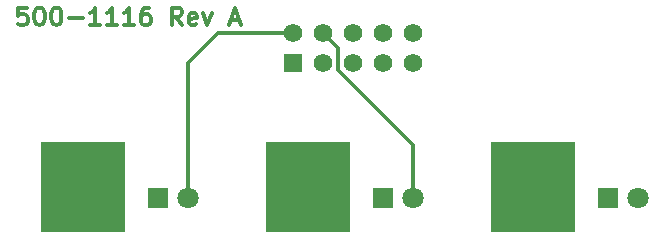
<source format=gbr>
G04 #@! TF.FileFunction,Copper,L1,Top,Signal*
%FSLAX46Y46*%
G04 Gerber Fmt 4.6, Leading zero omitted, Abs format (unit mm)*
G04 Created by KiCad (PCBNEW 4.0.5) date 02/09/17 20:40:09*
%MOMM*%
%LPD*%
G01*
G04 APERTURE LIST*
%ADD10C,0.100000*%
%ADD11C,0.300000*%
%ADD12R,1.800000X1.800000*%
%ADD13C,1.800000*%
%ADD14R,7.112000X7.620000*%
%ADD15R,1.574800X1.574800*%
%ADD16C,1.574800*%
%ADD17C,0.304800*%
G04 APERTURE END LIST*
D10*
D11*
X109528260Y-81677771D02*
X108813974Y-81677771D01*
X108742545Y-82392057D01*
X108813974Y-82320629D01*
X108956831Y-82249200D01*
X109313974Y-82249200D01*
X109456831Y-82320629D01*
X109528260Y-82392057D01*
X109599688Y-82534914D01*
X109599688Y-82892057D01*
X109528260Y-83034914D01*
X109456831Y-83106343D01*
X109313974Y-83177771D01*
X108956831Y-83177771D01*
X108813974Y-83106343D01*
X108742545Y-83034914D01*
X110528259Y-81677771D02*
X110671116Y-81677771D01*
X110813973Y-81749200D01*
X110885402Y-81820629D01*
X110956831Y-81963486D01*
X111028259Y-82249200D01*
X111028259Y-82606343D01*
X110956831Y-82892057D01*
X110885402Y-83034914D01*
X110813973Y-83106343D01*
X110671116Y-83177771D01*
X110528259Y-83177771D01*
X110385402Y-83106343D01*
X110313973Y-83034914D01*
X110242545Y-82892057D01*
X110171116Y-82606343D01*
X110171116Y-82249200D01*
X110242545Y-81963486D01*
X110313973Y-81820629D01*
X110385402Y-81749200D01*
X110528259Y-81677771D01*
X111956830Y-81677771D02*
X112099687Y-81677771D01*
X112242544Y-81749200D01*
X112313973Y-81820629D01*
X112385402Y-81963486D01*
X112456830Y-82249200D01*
X112456830Y-82606343D01*
X112385402Y-82892057D01*
X112313973Y-83034914D01*
X112242544Y-83106343D01*
X112099687Y-83177771D01*
X111956830Y-83177771D01*
X111813973Y-83106343D01*
X111742544Y-83034914D01*
X111671116Y-82892057D01*
X111599687Y-82606343D01*
X111599687Y-82249200D01*
X111671116Y-81963486D01*
X111742544Y-81820629D01*
X111813973Y-81749200D01*
X111956830Y-81677771D01*
X113099687Y-82606343D02*
X114242544Y-82606343D01*
X115742544Y-83177771D02*
X114885401Y-83177771D01*
X115313973Y-83177771D02*
X115313973Y-81677771D01*
X115171116Y-81892057D01*
X115028258Y-82034914D01*
X114885401Y-82106343D01*
X117171115Y-83177771D02*
X116313972Y-83177771D01*
X116742544Y-83177771D02*
X116742544Y-81677771D01*
X116599687Y-81892057D01*
X116456829Y-82034914D01*
X116313972Y-82106343D01*
X118599686Y-83177771D02*
X117742543Y-83177771D01*
X118171115Y-83177771D02*
X118171115Y-81677771D01*
X118028258Y-81892057D01*
X117885400Y-82034914D01*
X117742543Y-82106343D01*
X119885400Y-81677771D02*
X119599686Y-81677771D01*
X119456829Y-81749200D01*
X119385400Y-81820629D01*
X119242543Y-82034914D01*
X119171114Y-82320629D01*
X119171114Y-82892057D01*
X119242543Y-83034914D01*
X119313971Y-83106343D01*
X119456829Y-83177771D01*
X119742543Y-83177771D01*
X119885400Y-83106343D01*
X119956829Y-83034914D01*
X120028257Y-82892057D01*
X120028257Y-82534914D01*
X119956829Y-82392057D01*
X119885400Y-82320629D01*
X119742543Y-82249200D01*
X119456829Y-82249200D01*
X119313971Y-82320629D01*
X119242543Y-82392057D01*
X119171114Y-82534914D01*
X122671114Y-83177771D02*
X122171114Y-82463486D01*
X121813971Y-83177771D02*
X121813971Y-81677771D01*
X122385399Y-81677771D01*
X122528257Y-81749200D01*
X122599685Y-81820629D01*
X122671114Y-81963486D01*
X122671114Y-82177771D01*
X122599685Y-82320629D01*
X122528257Y-82392057D01*
X122385399Y-82463486D01*
X121813971Y-82463486D01*
X123885399Y-83106343D02*
X123742542Y-83177771D01*
X123456828Y-83177771D01*
X123313971Y-83106343D01*
X123242542Y-82963486D01*
X123242542Y-82392057D01*
X123313971Y-82249200D01*
X123456828Y-82177771D01*
X123742542Y-82177771D01*
X123885399Y-82249200D01*
X123956828Y-82392057D01*
X123956828Y-82534914D01*
X123242542Y-82677771D01*
X124456828Y-82177771D02*
X124813971Y-83177771D01*
X125171113Y-82177771D01*
X126813970Y-82749200D02*
X127528256Y-82749200D01*
X126671113Y-83177771D02*
X127171113Y-81677771D01*
X127671113Y-83177771D01*
D12*
X120650000Y-97790000D03*
D13*
X123190000Y-97790000D03*
D12*
X139700000Y-97790000D03*
D13*
X142240000Y-97790000D03*
D12*
X158750000Y-97790000D03*
D13*
X161290000Y-97790000D03*
D14*
X114300000Y-96901000D03*
X133350000Y-96901000D03*
X152400000Y-96901000D03*
D15*
X132080000Y-86360000D03*
D16*
X132080000Y-83820000D03*
X134620000Y-86360000D03*
X134620000Y-83820000D03*
X137160000Y-86360000D03*
X137160000Y-83820000D03*
X139700000Y-86360000D03*
X139700000Y-83820000D03*
X142240000Y-86360000D03*
X142240000Y-83820000D03*
D17*
X123190000Y-97790000D02*
X123190000Y-86360000D01*
X125730000Y-83820000D02*
X132080000Y-83820000D01*
X123190000Y-86360000D02*
X125730000Y-83820000D01*
X142240000Y-97790000D02*
X142240000Y-93345000D01*
X135890000Y-85090000D02*
X134620000Y-83820000D01*
X135890000Y-86995000D02*
X135890000Y-85090000D01*
X142240000Y-93345000D02*
X135890000Y-86995000D01*
M02*

</source>
